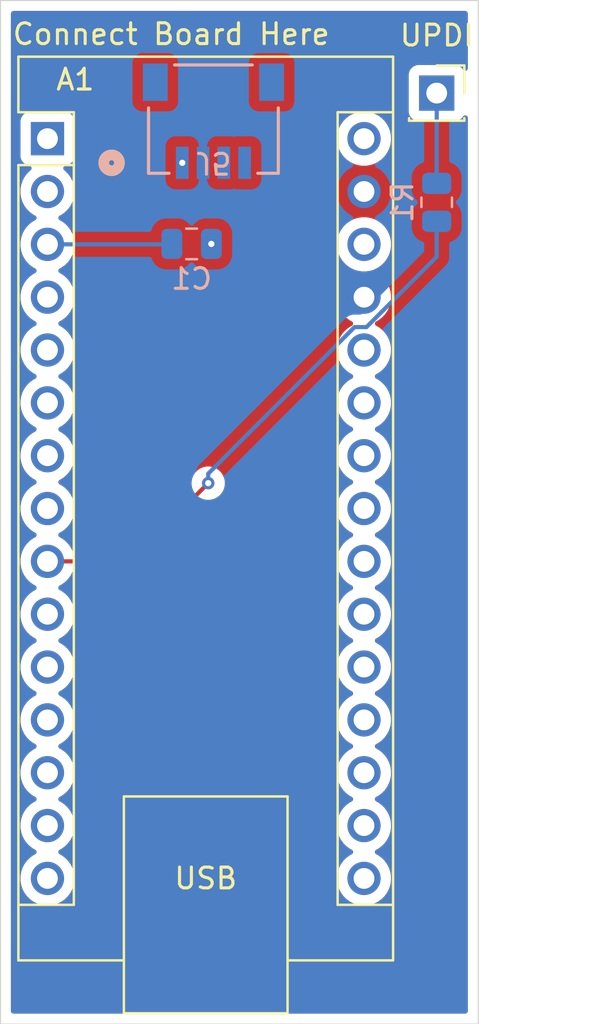
<source format=kicad_pcb>
(kicad_pcb (version 20241229) (generator "pcbnew") (generator_version "9.0")
  (layers (0 "F.Cu" signal) (2 "B.Cu" signal) (13 "F.Paste" user) (15 "B.Paste" user) (5 "F.SilkS" user "F.Silkscreen") (7 "B.SilkS" user "B.Silkscreen") (1 "F.Mask" user) (3 "B.Mask" user) (25 "Edge.Cuts" user))
  (net 0 "")
  (net 19 "Net-(A1-D6)")
  (net 27 "GND")
  (net 28 "Net-(J1-Pin_1)")
  (net 30 "+5V")
  (net 33 "Net-(A1-~{RESET}-Pad3)")
  (footprint "Module:Arduino_Nano" (layer "F.Cu") (at 121.26 70.44)
    (property "Reference" "A1" (at 1.34 -2.84 0) (layer "F.SilkS"))
    (property "Value" "Arduino_Nano_v3.x")
    (fp_line (start -1.4 -3.94) (end -1.4 -1.27) (stroke (width 0.12)) (layer "F.SilkS"))
    (fp_line (start -1.4 1.27) (end -1.4 39.5) (stroke (width 0.12)) (layer "F.SilkS"))
    (fp_line (start -1.4 39.5) (end 3.68 39.5) (stroke (width 0.12)) (layer "F.SilkS"))
    (fp_line (start 1.27 -1.27) (end -1.4 -1.27) (stroke (width 0.12)) (layer "F.SilkS"))
    (fp_line (start 1.27 1.27) (end -1.4 1.27) (stroke (width 0.12)) (layer "F.SilkS"))
    (fp_line (start 1.27 1.27) (end 1.27 -1.27) (stroke (width 0.12)) (layer "F.SilkS"))
    (fp_line (start 1.27 1.27) (end 1.27 36.83) (stroke (width 0.12)) (layer "F.SilkS"))
    (fp_line (start 1.27 36.83) (end -1.4 36.83) (stroke (width 0.12)) (layer "F.SilkS"))
    (fp_line (start 3.68 31.62) (end 11.56 31.62) (stroke (width 0.12)) (layer "F.SilkS"))
    (fp_line (start 3.68 42.04) (end 3.68 31.62) (stroke (width 0.12)) (layer "F.SilkS"))
    (fp_line (start 11.56 31.62) (end 11.56 42.04) (stroke (width 0.12)) (layer "F.SilkS"))
    (fp_line (start 11.56 42.04) (end 3.68 42.04) (stroke (width 0.12)) (layer "F.SilkS"))
    (fp_line (start 13.97 -1.27) (end 13.97 36.83) (stroke (width 0.12)) (layer "F.SilkS"))
    (fp_line (start 13.97 -1.27) (end 16.64 -1.27) (stroke (width 0.12)) (layer "F.SilkS"))
    (fp_line (start 13.97 36.83) (end 16.64 36.83) (stroke (width 0.12)) (layer "F.SilkS"))
    (fp_line (start 16.64 -3.94) (end -1.4 -3.94) (stroke (width 0.12)) (layer "F.SilkS"))
    (fp_line (start 16.64 39.5) (end 11.56 39.5) (stroke (width 0.12)) (layer "F.SilkS"))
    (fp_line (start 16.64 39.5) (end 16.64 -3.94) (stroke (width 0.12)) (layer "F.SilkS"))
    (fp_text user "USB" (at 7.62 35.56 0) (layer "F.SilkS"))
    (pad "1" thru_hole rect (at 0 0) (size 1.6 1.6) (drill 1) (layers "*.Cu" "*.Mask"))
    (pad "2" thru_hole oval (at 0 2.54) (size 1.6 1.6) (drill 1) (layers "*.Cu" "*.Mask"))
    (pad "3" thru_hole oval (at 0 5.08) (size 1.6 1.6) (drill 1) (layers "*.Cu" "*.Mask") (net 33 "Net-(A1-~{RESET}-Pad3)"))
    (pad "4" thru_hole oval (at 0 7.62) (size 1.6 1.6) (drill 1) (layers "*.Cu" "*.Mask"))
    (pad "5" thru_hole oval (at 0 10.16) (size 1.6 1.6) (drill 1) (layers "*.Cu" "*.Mask"))
    (pad "6" thru_hole oval (at 0 12.7) (size 1.6 1.6) (drill 1) (layers "*.Cu" "*.Mask"))
    (pad "7" thru_hole oval (at 0 15.24) (size 1.6 1.6) (drill 1) (layers "*.Cu" "*.Mask"))
    (pad "8" thru_hole oval (at 0 17.78) (size 1.6 1.6) (drill 1) (layers "*.Cu" "*.Mask"))
    (pad "9" thru_hole oval (at 0 20.32) (size 1.6 1.6) (drill 1) (layers "*.Cu" "*.Mask") (net 19 "Net-(A1-D6)"))
    (pad "10" thru_hole oval (at 0 22.86) (size 1.6 1.6) (drill 1) (layers "*.Cu" "*.Mask"))
    (pad "11" thru_hole oval (at 0 25.4) (size 1.6 1.6) (drill 1) (layers "*.Cu" "*.Mask"))
    (pad "12" thru_hole oval (at 0 27.94) (size 1.6 1.6) (drill 1) (layers "*.Cu" "*.Mask"))
    (pad "13" thru_hole oval (at 0 30.48) (size 1.6 1.6) (drill 1) (layers "*.Cu" "*.Mask"))
    (pad "14" thru_hole oval (at 0 33.02) (size 1.6 1.6) (drill 1) (layers "*.Cu" "*.Mask"))
    (pad "15" thru_hole oval (at 0 35.56) (size 1.6 1.6) (drill 1) (layers "*.Cu" "*.Mask"))
    (pad "16" thru_hole oval (at 15.24 35.56) (size 1.6 1.6) (drill 1) (layers "*.Cu" "*.Mask"))
    (pad "17" thru_hole oval (at 15.24 33.02) (size 1.6 1.6) (drill 1) (layers "*.Cu" "*.Mask"))
    (pad "18" thru_hole oval (at 15.24 30.48) (size 1.6 1.6) (drill 1) (layers "*.Cu" "*.Mask"))
    (pad "19" thru_hole oval (at 15.24 27.94) (size 1.6 1.6) (drill 1) (layers "*.Cu" "*.Mask"))
    (pad "20" thru_hole oval (at 15.24 25.4) (size 1.6 1.6) (drill 1) (layers "*.Cu" "*.Mask"))
    (pad "21" thru_hole oval (at 15.24 22.86) (size 1.6 1.6) (drill 1) (layers "*.Cu" "*.Mask"))
    (pad "22" thru_hole oval (at 15.24 20.32) (size 1.6 1.6) (drill 1) (layers "*.Cu" "*.Mask"))
    (pad "23" thru_hole oval (at 15.24 17.78) (size 1.6 1.6) (drill 1) (layers "*.Cu" "*.Mask"))
    (pad "24" thru_hole oval (at 15.24 15.24) (size 1.6 1.6) (drill 1) (layers "*.Cu" "*.Mask"))
    (pad "25" thru_hole oval (at 15.24 12.7) (size 1.6 1.6) (drill 1) (layers "*.Cu" "*.Mask"))
    (pad "26" thru_hole oval (at 15.24 10.16) (size 1.6 1.6) (drill 1) (layers "*.Cu" "*.Mask"))
    (pad "27" thru_hole oval (at 15.24 7.62) (size 1.6 1.6) (drill 1) (layers "*.Cu" "*.Mask") (net 30 "+5V"))
    (pad "28" thru_hole oval (at 15.24 5.08) (size 1.6 1.6) (drill 1) (layers "*.Cu" "*.Mask"))
    (pad "29" thru_hole oval (at 15.24 2.54) (size 1.6 1.6) (drill 1) (layers "*.Cu" "*.Mask") (net 27 "GND"))
    (pad "30" thru_hole oval (at 15.24 0) (size 1.6 1.6) (drill 1) (layers "*.Cu" "*.Mask"))
  )
  (footprint "Connector_PinSocket_2.54mm:PinSocket_1x01_P2.54mm_Vertical" (layer "F.Cu") (at 140 68.25)
    (property "Reference" "UPDI" (at 0 -2.77 0) (layer "F.SilkS"))
    (property "Value" "Conn_01x01_Socket")
    (fp_line (start -1.33 1.21) (end -1.33 1.33) (stroke (width 0.12)) (layer "F.SilkS"))
    (fp_line (start -1.33 1.33) (end 1.33 1.33) (stroke (width 0.12)) (layer "F.SilkS"))
    (fp_line (start 0 -1.33) (end 1.33 -1.33) (stroke (width 0.12)) (layer "F.SilkS"))
    (fp_line (start 1.33 -1.33) (end 1.33 0) (stroke (width 0.12)) (layer "F.SilkS"))
    (fp_line (start 1.33 1.21) (end 1.33 1.33) (stroke (width 0.12)) (layer "F.SilkS"))
    (pad "1" thru_hole rect (at 0 0) (size 1.7 1.7) (drill 1) (layers "*.Cu" "*.Mask") (net 28 "Net-(J1-Pin_1)"))
  )
  (footprint "Capacitor_SMD:C_0805_2012Metric" (layer "B.Cu") (at 128.2 75.5)
    (property "Reference" "C1" (at 0 1.68 0) (layer "B.SilkS") (effects (justify mirror)))
    (property "Value" "C")
    (fp_line (start -0.261252 -0.735) (end 0.261252 -0.735) (stroke (width 0.12)) (layer "B.SilkS"))
    (fp_line (start -0.261252 0.735) (end 0.261252 0.735) (stroke (width 0.12)) (layer "B.SilkS"))
    (pad "1" smd roundrect (at -0.95 0) (size 1 1.45) (layers "B.Cu" "B.Mask" "B.Paste") (net 33 "Net-(A1-~{RESET}-Pad3)"))
    (pad "2" smd roundrect (at 0.95 0) (size 1 1.45) (layers "B.Cu" "B.Mask" "B.Paste") (net 27 "GND"))
  )
  (footprint "Resistor_SMD:R_0805_2012Metric" (layer "B.Cu") (at 140 73.5 -90)
    (property "Reference" "R1" (at 0 1.65 90) (layer "B.SilkS") (effects (justify mirror)))
    (property "Value" "R")
    (fp_line (start -0.227064 0.735) (end 0.227064 0.735) (stroke (width 0.12)) (layer "B.SilkS"))
    (fp_line (start -0.227064 -0.735) (end 0.227064 -0.735) (stroke (width 0.12)) (layer "B.SilkS"))
    (pad "1" smd roundrect (at -0.9125 0 270) (size 1.025 1.4) (layers "B.Cu" "B.Mask" "B.Paste") (roundrect_rratio 0.243902) (net 28 "Net-(J1-Pin_1)"))
    (pad "2" smd roundrect (at 0.9125 0 270) (size 1.025 1.4) (layers "B.Cu" "B.Mask" "B.Paste") (roundrect_rratio 0.243902) (net 19 "Net-(A1-D6)"))
  )
  (footprint "User:CONN_PRT-14417_SPK" (layer "B.Cu") (at 129.25 69.5)
    (property "Reference" "J5" (at 0 2.1015 180) (layer "B.SilkS") (effects (justify mirror)))
    (property "Value" "PRT-14417")
    (fp_circle (center -4.9022 2.1015) (end -4.5212 2.1015) (stroke (width 0.508)) (fill no) (layer "F.SilkS"))
    (fp_line (start -3.1242 2.6035) (end -3.1242 -0.539061) (stroke (width 0.1524)) (layer "B.SilkS"))
    (fp_line (start -2.13754 2.6035) (end -3.1242 2.6035) (stroke (width 0.1524)) (layer "B.SilkS"))
    (fp_line (start -1.870359 -2.6035) (end 1.870359 -2.6035) (stroke (width 0.1524)) (layer "B.SilkS"))
    (fp_line (start 3.1242 -0.539061) (end 3.1242 2.6035) (stroke (width 0.1524)) (layer "B.SilkS"))
    (fp_line (start 3.1242 2.6035) (end 2.13754 2.6035) (stroke (width 0.1524)) (layer "B.SilkS"))
    (fp_circle (center -4.9022 2.1015) (end -4.5212 2.1015) (stroke (width 0.508)) (fill no) (layer "B.SilkS"))
    (pad "1" smd rect (at -1.5 2.1015) (size 0.6096 1.5494) (layers "B.Cu" "B.Mask" "B.Paste") (net 27 "GND"))
    (pad "2" smd rect (at -0.499999 2.1015) (size 0.6096 1.5494) (layers "B.Cu" "B.Mask" "B.Paste") (net 30 "+5V"))
    (pad "3" smd rect (at 0.499999 2.1015) (size 0.6096 1.5494) (layers "B.Cu" "B.Mask" "B.Paste"))
    (pad "4" smd rect (at 1.5 2.1015) (size 0.6096 1.5494) (layers "B.Cu" "B.Mask" "B.Paste"))
    (pad "5" smd rect (at -2.799999 -1.773501) (size 1.1938 1.8034) (layers "B.Cu" "B.Mask" "B.Paste"))
    (pad "6" smd rect (at 2.799999 -1.773501) (size 1.1938 1.8034) (layers "B.Cu" "B.Mask" "B.Paste"))
  )
  (gr_rect (start 119 63.8) (end 142 113) (stroke (width 0.05)) (fill no) (layer "Edge.Cuts"))
  (gr_text "Connect Board Here" (at 119.5 66 0) (layer "F.SilkS") (effects (font (size 1 1)) (justify left bottom)))
  (segment (start 125.24 90.76) (end 121.26 90.76) (width 0.2) (layer "F.Cu") (net 19))
  (segment (start 129 87) (end 125.24 90.76) (width 0.2) (layer "F.Cu") (net 19))
  (via (at 129 87) (size 0.6) (drill 0.3) (layers "F.Cu" "B.Cu") (net 19))
  (segment (start 136.61805 79.499) (end 136.04395 79.499) (width 0.2) (layer "B.Cu") (net 19))
  (segment (start 140 76.11705) (end 136.61805 79.499) (width 0.2) (layer "B.Cu") (net 19))
  (segment (start 136.04395 79.499) (end 129 86.54295) (width 0.2) (layer "B.Cu") (net 19))
  (segment (start 140 74.4125) (end 140 76.11705) (width 0.2) (layer "B.Cu") (net 19))
  (segment (start 129 86.54295) (end 129 87) (width 0.2) (layer "B.Cu") (net 19))
  (via (at 129.15 75.5) (size 0.6) (drill 0.3) (layers "F.Cu" "B.Cu") (net 27))
  (via (at 127.75 71.6015) (size 0.6) (drill 0.3) (layers "F.Cu" "B.Cu") (net 27))
  (segment (start 140 72.5875) (end 140 68.25) (width 0.2) (layer "B.Cu") (net 28))
  (segment (start 121.26 75.52) (end 127.23 75.52) (width 0.2) (layer "B.Cu") (net 33))
  (segment (start 127.23 75.52) (end 127.25 75.5) (width 0.2) (layer "B.Cu") (net 33))
  (zone (net 27) (net_name "GND") (layer "F.Cu") (connect_pads yes (clearance 0.5)) (min_thickness 0.25) (fill yes (thermal_gap 0.5) (thermal_bridge_width 0.5))
    (polygon (pts (xy 119 63.8) (xy 119 112.997412) (xy 142 112.997412) (xy 142 63.8)))
  )
  (zone (net 30) (net_name "+5V") (layer "B.Cu") (connect_pads yes (clearance 0.5)) (min_thickness 0.25) (fill yes (thermal_gap 0.5) (thermal_bridge_width 0.5))
    (polygon (pts (xy 119 63.802588) (xy 119 113) (xy 142 113) (xy 142 63.802588)))
  )
)
</source>
